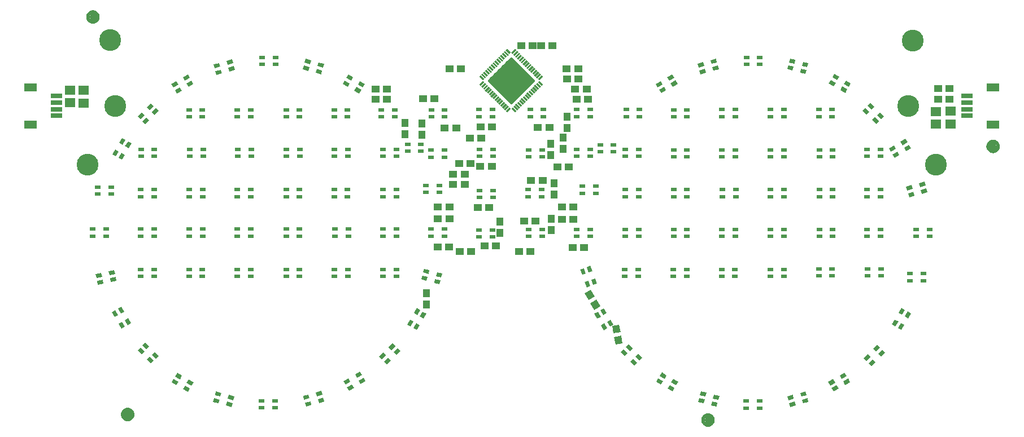
<source format=gbr>
G04 EAGLE Gerber RS-274X export*
G75*
%MOMM*%
%FSLAX34Y34*%
%LPD*%
%INSoldermask Top*%
%IPPOS*%
%AMOC8*
5,1,8,0,0,1.08239X$1,22.5*%
G01*
%ADD10C,3.276600*%
%ADD11R,1.601600X1.341600*%
%ADD12C,0.624191*%
%ADD13R,0.801600X0.301600*%
%ADD14R,1.176600X1.101600*%
%ADD15R,0.851600X0.601600*%
%ADD16R,1.651600X0.701600*%
%ADD17R,1.901600X1.301600*%
%ADD18R,1.101600X1.176600*%
%ADD19C,1.101600*%
%ADD20C,0.469900*%


D10*
X-601980Y325120D03*
X-594995Y226060D03*
X-636270Y138430D03*
X635635Y138430D03*
X600710Y324485D03*
X594360Y226695D03*
D11*
X-662580Y231100D03*
X-662580Y250100D03*
X635445Y218205D03*
X635445Y199205D03*
X-641915Y231050D03*
X-641915Y250050D03*
D12*
X-33582Y264610D02*
X-1215Y296977D01*
X31152Y264610D01*
X-1215Y232243D01*
X-33582Y264610D01*
X-7145Y238173D02*
X4715Y238173D01*
X10645Y244103D02*
X-13075Y244103D01*
X-19005Y250033D02*
X16575Y250033D01*
X22505Y255963D02*
X-24935Y255963D01*
X-30865Y261893D02*
X28435Y261893D01*
X27939Y267823D02*
X-30369Y267823D01*
X-24439Y273753D02*
X22009Y273753D01*
X16079Y279683D02*
X-18509Y279683D01*
X-12579Y285613D02*
X10149Y285613D01*
X4219Y291543D02*
X-6649Y291543D01*
D13*
G36*
X46526Y270620D02*
X40859Y264953D01*
X38726Y267086D01*
X44393Y272753D01*
X46526Y270620D01*
G37*
G36*
X43697Y273448D02*
X38030Y267781D01*
X35897Y269914D01*
X41564Y275581D01*
X43697Y273448D01*
G37*
G36*
X40869Y276276D02*
X35202Y270609D01*
X33069Y272742D01*
X38736Y278409D01*
X40869Y276276D01*
G37*
G36*
X38040Y279105D02*
X32373Y273438D01*
X30240Y275571D01*
X35907Y281238D01*
X38040Y279105D01*
G37*
G36*
X35212Y281933D02*
X29545Y276266D01*
X27412Y278399D01*
X33079Y284066D01*
X35212Y281933D01*
G37*
G36*
X32383Y284762D02*
X26716Y279095D01*
X24583Y281228D01*
X30250Y286895D01*
X32383Y284762D01*
G37*
G36*
X29555Y287590D02*
X23888Y281923D01*
X21755Y284056D01*
X27422Y289723D01*
X29555Y287590D01*
G37*
G36*
X26727Y290419D02*
X21060Y284752D01*
X18927Y286885D01*
X24594Y292552D01*
X26727Y290419D01*
G37*
G36*
X23898Y293247D02*
X18231Y287580D01*
X16098Y289713D01*
X21765Y295380D01*
X23898Y293247D01*
G37*
G36*
X21070Y296075D02*
X15403Y290408D01*
X13270Y292541D01*
X18937Y298208D01*
X21070Y296075D01*
G37*
G36*
X18241Y298904D02*
X12574Y293237D01*
X10441Y295370D01*
X16108Y301037D01*
X18241Y298904D01*
G37*
G36*
X15413Y301732D02*
X9746Y296065D01*
X7613Y298198D01*
X13280Y303865D01*
X15413Y301732D01*
G37*
G36*
X12584Y304561D02*
X6917Y298894D01*
X4784Y301027D01*
X10451Y306694D01*
X12584Y304561D01*
G37*
G36*
X9756Y307389D02*
X4089Y301722D01*
X1956Y303855D01*
X7623Y309522D01*
X9756Y307389D01*
G37*
G36*
X6928Y310218D02*
X1261Y304551D01*
X-872Y306684D01*
X4795Y312351D01*
X6928Y310218D01*
G37*
G36*
X-7225Y312351D02*
X-1558Y306684D01*
X-3691Y304551D01*
X-9358Y310218D01*
X-7225Y312351D01*
G37*
G36*
X-10053Y309522D02*
X-4386Y303855D01*
X-6519Y301722D01*
X-12186Y307389D01*
X-10053Y309522D01*
G37*
G36*
X-12881Y306694D02*
X-7214Y301027D01*
X-9347Y298894D01*
X-15014Y304561D01*
X-12881Y306694D01*
G37*
G36*
X-15710Y303865D02*
X-10043Y298198D01*
X-12176Y296065D01*
X-17843Y301732D01*
X-15710Y303865D01*
G37*
G36*
X-18538Y301037D02*
X-12871Y295370D01*
X-15004Y293237D01*
X-20671Y298904D01*
X-18538Y301037D01*
G37*
G36*
X-21367Y298208D02*
X-15700Y292541D01*
X-17833Y290408D01*
X-23500Y296075D01*
X-21367Y298208D01*
G37*
G36*
X-24195Y295380D02*
X-18528Y289713D01*
X-20661Y287580D01*
X-26328Y293247D01*
X-24195Y295380D01*
G37*
G36*
X-27024Y292552D02*
X-21357Y286885D01*
X-23490Y284752D01*
X-29157Y290419D01*
X-27024Y292552D01*
G37*
G36*
X-29852Y289723D02*
X-24185Y284056D01*
X-26318Y281923D01*
X-31985Y287590D01*
X-29852Y289723D01*
G37*
G36*
X-32680Y286895D02*
X-27013Y281228D01*
X-29146Y279095D01*
X-34813Y284762D01*
X-32680Y286895D01*
G37*
G36*
X-35509Y284066D02*
X-29842Y278399D01*
X-31975Y276266D01*
X-37642Y281933D01*
X-35509Y284066D01*
G37*
G36*
X-38337Y281238D02*
X-32670Y275571D01*
X-34803Y273438D01*
X-40470Y279105D01*
X-38337Y281238D01*
G37*
G36*
X-41166Y278409D02*
X-35499Y272742D01*
X-37632Y270609D01*
X-43299Y276276D01*
X-41166Y278409D01*
G37*
G36*
X-43994Y275581D02*
X-38327Y269914D01*
X-40460Y267781D01*
X-46127Y273448D01*
X-43994Y275581D01*
G37*
G36*
X-46823Y272753D02*
X-41156Y267086D01*
X-43289Y264953D01*
X-48956Y270620D01*
X-46823Y272753D01*
G37*
G36*
X-48956Y258600D02*
X-43289Y264267D01*
X-41156Y262134D01*
X-46823Y256467D01*
X-48956Y258600D01*
G37*
G36*
X-46127Y255772D02*
X-40460Y261439D01*
X-38327Y259306D01*
X-43994Y253639D01*
X-46127Y255772D01*
G37*
G36*
X-43299Y252944D02*
X-37632Y258611D01*
X-35499Y256478D01*
X-41166Y250811D01*
X-43299Y252944D01*
G37*
G36*
X-40470Y250115D02*
X-34803Y255782D01*
X-32670Y253649D01*
X-38337Y247982D01*
X-40470Y250115D01*
G37*
G36*
X-37642Y247287D02*
X-31975Y252954D01*
X-29842Y250821D01*
X-35509Y245154D01*
X-37642Y247287D01*
G37*
G36*
X-34813Y244458D02*
X-29146Y250125D01*
X-27013Y247992D01*
X-32680Y242325D01*
X-34813Y244458D01*
G37*
G36*
X-31985Y241630D02*
X-26318Y247297D01*
X-24185Y245164D01*
X-29852Y239497D01*
X-31985Y241630D01*
G37*
G36*
X-29157Y238801D02*
X-23490Y244468D01*
X-21357Y242335D01*
X-27024Y236668D01*
X-29157Y238801D01*
G37*
G36*
X-26328Y235973D02*
X-20661Y241640D01*
X-18528Y239507D01*
X-24195Y233840D01*
X-26328Y235973D01*
G37*
G36*
X-23500Y233145D02*
X-17833Y238812D01*
X-15700Y236679D01*
X-21367Y231012D01*
X-23500Y233145D01*
G37*
G36*
X-20671Y230316D02*
X-15004Y235983D01*
X-12871Y233850D01*
X-18538Y228183D01*
X-20671Y230316D01*
G37*
G36*
X-17843Y227488D02*
X-12176Y233155D01*
X-10043Y231022D01*
X-15710Y225355D01*
X-17843Y227488D01*
G37*
G36*
X-15014Y224659D02*
X-9347Y230326D01*
X-7214Y228193D01*
X-12881Y222526D01*
X-15014Y224659D01*
G37*
G36*
X-12186Y221831D02*
X-6519Y227498D01*
X-4386Y225365D01*
X-10053Y219698D01*
X-12186Y221831D01*
G37*
G36*
X-9358Y219002D02*
X-3691Y224669D01*
X-1558Y222536D01*
X-7225Y216869D01*
X-9358Y219002D01*
G37*
G36*
X4795Y216869D02*
X-872Y222536D01*
X1261Y224669D01*
X6928Y219002D01*
X4795Y216869D01*
G37*
G36*
X7623Y219698D02*
X1956Y225365D01*
X4089Y227498D01*
X9756Y221831D01*
X7623Y219698D01*
G37*
G36*
X10451Y222526D02*
X4784Y228193D01*
X6917Y230326D01*
X12584Y224659D01*
X10451Y222526D01*
G37*
G36*
X13280Y225355D02*
X7613Y231022D01*
X9746Y233155D01*
X15413Y227488D01*
X13280Y225355D01*
G37*
G36*
X16108Y228183D02*
X10441Y233850D01*
X12574Y235983D01*
X18241Y230316D01*
X16108Y228183D01*
G37*
G36*
X18937Y231012D02*
X13270Y236679D01*
X15403Y238812D01*
X21070Y233145D01*
X18937Y231012D01*
G37*
G36*
X21765Y233840D02*
X16098Y239507D01*
X18231Y241640D01*
X23898Y235973D01*
X21765Y233840D01*
G37*
G36*
X24594Y236668D02*
X18927Y242335D01*
X21060Y244468D01*
X26727Y238801D01*
X24594Y236668D01*
G37*
G36*
X27422Y239497D02*
X21755Y245164D01*
X23888Y247297D01*
X29555Y241630D01*
X27422Y239497D01*
G37*
G36*
X30250Y242325D02*
X24583Y247992D01*
X26716Y250125D01*
X32383Y244458D01*
X30250Y242325D01*
G37*
G36*
X33079Y245154D02*
X27412Y250821D01*
X29545Y252954D01*
X35212Y247287D01*
X33079Y245154D01*
G37*
G36*
X35907Y247982D02*
X30240Y253649D01*
X32373Y255782D01*
X38040Y250115D01*
X35907Y247982D01*
G37*
G36*
X38736Y250811D02*
X33069Y256478D01*
X35202Y258611D01*
X40869Y252944D01*
X38736Y250811D01*
G37*
G36*
X41564Y253639D02*
X35897Y259306D01*
X38030Y261439D01*
X43697Y255772D01*
X41564Y253639D01*
G37*
G36*
X44393Y256467D02*
X38726Y262134D01*
X40859Y264267D01*
X46526Y258600D01*
X44393Y256467D01*
G37*
D14*
X30745Y316780D03*
X13745Y316780D03*
D15*
G36*
X-147478Y-97390D02*
X-151736Y-104764D01*
X-156946Y-101756D01*
X-152688Y-94382D01*
X-147478Y-97390D01*
G37*
G36*
X-138384Y-102640D02*
X-142642Y-110014D01*
X-147852Y-107006D01*
X-143594Y-99632D01*
X-138384Y-102640D01*
G37*
G36*
X-128384Y-85320D02*
X-132642Y-92694D01*
X-137852Y-89686D01*
X-133594Y-82312D01*
X-128384Y-85320D01*
G37*
G36*
X-137478Y-80070D02*
X-141736Y-87444D01*
X-146946Y-84436D01*
X-142688Y-77062D01*
X-137478Y-80070D01*
G37*
X-49410Y221235D03*
X-49410Y210735D03*
X-29410Y210735D03*
X-29410Y221235D03*
X-48140Y161390D03*
X-48140Y150890D03*
X-28140Y150890D03*
X-28140Y161390D03*
X-48140Y99640D03*
X-48140Y89140D03*
X-28140Y89140D03*
X-28140Y99640D03*
X-49410Y40430D03*
X-49410Y29930D03*
X-29410Y29930D03*
X-29410Y40430D03*
G36*
X-125004Y-25963D02*
X-133229Y-23759D01*
X-131672Y-17949D01*
X-123447Y-20153D01*
X-125004Y-25963D01*
G37*
G36*
X-127722Y-36106D02*
X-135947Y-33902D01*
X-134390Y-28092D01*
X-126165Y-30296D01*
X-127722Y-36106D01*
G37*
G36*
X-108404Y-41282D02*
X-116629Y-39078D01*
X-115072Y-33268D01*
X-106847Y-35472D01*
X-108404Y-41282D01*
G37*
G36*
X-105686Y-31140D02*
X-113911Y-28936D01*
X-112354Y-23126D01*
X-104129Y-25330D01*
X-105686Y-31140D01*
G37*
G36*
X487665Y265358D02*
X480291Y269616D01*
X483299Y274826D01*
X490673Y270568D01*
X487665Y265358D01*
G37*
G36*
X482415Y256264D02*
X475041Y260522D01*
X478049Y265732D01*
X485423Y261474D01*
X482415Y256264D01*
G37*
G36*
X499735Y246264D02*
X492361Y250522D01*
X495369Y255732D01*
X502743Y251474D01*
X499735Y246264D01*
G37*
G36*
X504985Y255358D02*
X497611Y259616D01*
X500619Y264826D01*
X507993Y260568D01*
X504985Y255358D01*
G37*
G36*
X575593Y161806D02*
X568219Y157548D01*
X565211Y162758D01*
X572585Y167016D01*
X575593Y161806D01*
G37*
G36*
X580843Y152712D02*
X573469Y148454D01*
X570461Y153664D01*
X577835Y157922D01*
X580843Y152712D01*
G37*
G36*
X598163Y162712D02*
X590789Y158454D01*
X587781Y163664D01*
X595155Y167922D01*
X598163Y162712D01*
G37*
G36*
X592913Y171806D02*
X585539Y167548D01*
X582531Y172758D01*
X589905Y177016D01*
X592913Y171806D01*
G37*
G36*
X600910Y101786D02*
X592685Y99582D01*
X591128Y105392D01*
X599353Y107596D01*
X600910Y101786D01*
G37*
G36*
X603628Y91643D02*
X595403Y89439D01*
X593846Y95249D01*
X602071Y97453D01*
X603628Y91643D01*
G37*
G36*
X622946Y96820D02*
X614721Y94616D01*
X613164Y100426D01*
X621389Y102630D01*
X622946Y96820D01*
G37*
G36*
X620228Y106962D02*
X612003Y104758D01*
X610446Y110568D01*
X618671Y112772D01*
X620228Y106962D01*
G37*
X605910Y40925D03*
X605910Y30425D03*
X625910Y30425D03*
X625910Y40925D03*
X597020Y-25270D03*
X597020Y-35770D03*
X617020Y-35770D03*
X617020Y-25270D03*
G36*
X579332Y-97170D02*
X575074Y-104544D01*
X569864Y-101536D01*
X574122Y-94162D01*
X579332Y-97170D01*
G37*
G36*
X588426Y-102420D02*
X584168Y-109794D01*
X578958Y-106786D01*
X583216Y-99412D01*
X588426Y-102420D01*
G37*
G36*
X598426Y-85100D02*
X594168Y-92474D01*
X588958Y-89466D01*
X593216Y-82092D01*
X598426Y-85100D01*
G37*
G36*
X589332Y-79850D02*
X585074Y-87224D01*
X579864Y-84216D01*
X584122Y-76842D01*
X589332Y-79850D01*
G37*
G36*
X423636Y289817D02*
X415411Y292021D01*
X416968Y297831D01*
X425193Y295627D01*
X423636Y289817D01*
G37*
G36*
X420918Y279674D02*
X412693Y281878D01*
X414250Y287688D01*
X422475Y285484D01*
X420918Y279674D01*
G37*
G36*
X440236Y274498D02*
X432011Y276702D01*
X433568Y282512D01*
X441793Y280308D01*
X440236Y274498D01*
G37*
G36*
X442954Y284640D02*
X434729Y286844D01*
X436286Y292654D01*
X444511Y290450D01*
X442954Y284640D01*
G37*
G36*
X-188575Y-148004D02*
X-194595Y-154024D01*
X-198849Y-149770D01*
X-192829Y-143750D01*
X-188575Y-148004D01*
G37*
G36*
X-181150Y-155429D02*
X-187170Y-161449D01*
X-191424Y-157195D01*
X-185404Y-151175D01*
X-181150Y-155429D01*
G37*
G36*
X-167008Y-141287D02*
X-173028Y-147307D01*
X-177282Y-143053D01*
X-171262Y-137033D01*
X-167008Y-141287D01*
G37*
G36*
X-174433Y-133862D02*
X-180453Y-139882D01*
X-184707Y-135628D01*
X-178687Y-129608D01*
X-174433Y-133862D01*
G37*
X-120685Y220600D03*
X-120685Y210100D03*
X-100685Y210100D03*
X-100685Y220600D03*
X-121320Y160120D03*
X-121320Y149620D03*
X-101320Y149620D03*
X-101320Y160120D03*
X-128940Y107260D03*
X-128940Y96760D03*
X-108940Y96760D03*
X-108940Y107260D03*
X-121320Y41700D03*
X-121320Y31200D03*
X-101320Y31200D03*
X-101320Y41700D03*
X-156245Y169180D03*
X-156245Y158680D03*
X-136245Y158680D03*
X-136245Y169180D03*
G36*
X539131Y221210D02*
X533111Y227230D01*
X537365Y231484D01*
X543385Y225464D01*
X539131Y221210D01*
G37*
G36*
X531706Y213785D02*
X525686Y219805D01*
X529940Y224059D01*
X535960Y218039D01*
X531706Y213785D01*
G37*
G36*
X545848Y199643D02*
X539828Y205663D01*
X544082Y209917D01*
X550102Y203897D01*
X545848Y199643D01*
G37*
G36*
X553273Y207068D02*
X547253Y213088D01*
X551507Y217342D01*
X557527Y211322D01*
X553273Y207068D01*
G37*
X532730Y161250D03*
X532730Y150750D03*
X552730Y150750D03*
X552730Y161250D03*
X532730Y100770D03*
X532730Y90270D03*
X552730Y90270D03*
X552730Y100770D03*
X532730Y40925D03*
X532730Y30425D03*
X552730Y30425D03*
X552730Y40925D03*
X533365Y-18285D03*
X533365Y-28785D03*
X553365Y-28785D03*
X553365Y-18285D03*
G36*
X537865Y-150344D02*
X531845Y-156364D01*
X527591Y-152110D01*
X533611Y-146090D01*
X537865Y-150344D01*
G37*
G36*
X545290Y-157769D02*
X539270Y-163789D01*
X535016Y-159535D01*
X541036Y-153515D01*
X545290Y-157769D01*
G37*
G36*
X559432Y-143627D02*
X553412Y-149647D01*
X549158Y-145393D01*
X555178Y-139373D01*
X559432Y-143627D01*
G37*
G36*
X552007Y-136202D02*
X545987Y-142222D01*
X541733Y-137968D01*
X547753Y-131948D01*
X552007Y-136202D01*
G37*
X351755Y299540D03*
X351755Y289040D03*
X371755Y289040D03*
X371755Y299540D03*
G36*
X-241962Y-187629D02*
X-249336Y-191887D01*
X-252344Y-186677D01*
X-244970Y-182419D01*
X-241962Y-187629D01*
G37*
G36*
X-236712Y-196723D02*
X-244086Y-200981D01*
X-247094Y-195771D01*
X-239720Y-191513D01*
X-236712Y-196723D01*
G37*
G36*
X-219392Y-186723D02*
X-226766Y-190981D01*
X-229774Y-185771D01*
X-222400Y-181513D01*
X-219392Y-186723D01*
G37*
G36*
X-224642Y-177629D02*
X-232016Y-181887D01*
X-235024Y-176677D01*
X-227650Y-172419D01*
X-224642Y-177629D01*
G37*
X-195770Y220600D03*
X-195770Y210100D03*
X-175770Y210100D03*
X-175770Y220600D03*
X-193230Y161390D03*
X-193230Y150890D03*
X-173230Y150890D03*
X-173230Y161390D03*
X-193230Y100910D03*
X-193230Y90410D03*
X-173230Y90410D03*
X-173230Y100910D03*
X-193230Y41700D03*
X-193230Y31200D03*
X-173230Y31200D03*
X-173230Y41700D03*
X-193230Y-18780D03*
X-193230Y-29280D03*
X-173230Y-29280D03*
X-173230Y-18780D03*
X460185Y221095D03*
X460185Y210595D03*
X480185Y210595D03*
X480185Y221095D03*
X460820Y160615D03*
X460820Y150115D03*
X480820Y150115D03*
X480820Y160615D03*
X460820Y100770D03*
X460820Y90270D03*
X480820Y90270D03*
X480820Y100770D03*
X460820Y40925D03*
X460820Y30425D03*
X480820Y30425D03*
X480820Y40925D03*
X460185Y-18285D03*
X460185Y-28785D03*
X480185Y-28785D03*
X480185Y-18285D03*
G36*
X484523Y-188989D02*
X477149Y-193247D01*
X474141Y-188037D01*
X481515Y-183779D01*
X484523Y-188989D01*
G37*
G36*
X489773Y-198083D02*
X482399Y-202341D01*
X479391Y-197131D01*
X486765Y-192873D01*
X489773Y-198083D01*
G37*
G36*
X507093Y-188083D02*
X499719Y-192341D01*
X496711Y-187131D01*
X504085Y-182873D01*
X507093Y-188083D01*
G37*
G36*
X501843Y-178989D02*
X494469Y-183247D01*
X491461Y-178037D01*
X498835Y-173779D01*
X501843Y-178989D01*
G37*
G36*
X288180Y286586D02*
X279955Y284382D01*
X278398Y290192D01*
X286623Y292396D01*
X288180Y286586D01*
G37*
G36*
X290898Y276443D02*
X282673Y274239D01*
X281116Y280049D01*
X289341Y282253D01*
X290898Y276443D01*
G37*
G36*
X310216Y281620D02*
X301991Y279416D01*
X300434Y285226D01*
X308659Y287430D01*
X310216Y281620D01*
G37*
G36*
X307498Y291762D02*
X299273Y289558D01*
X297716Y295368D01*
X305941Y297572D01*
X307498Y291762D01*
G37*
G36*
X-303160Y-212569D02*
X-311385Y-214773D01*
X-312942Y-208963D01*
X-304717Y-206759D01*
X-303160Y-212569D01*
G37*
G36*
X-300442Y-222712D02*
X-308667Y-224916D01*
X-310224Y-219106D01*
X-301999Y-216902D01*
X-300442Y-222712D01*
G37*
G36*
X-281124Y-217535D02*
X-289349Y-219739D01*
X-290906Y-213929D01*
X-282681Y-211725D01*
X-281124Y-217535D01*
G37*
G36*
X-283842Y-207393D02*
X-292067Y-209597D01*
X-293624Y-203787D01*
X-285399Y-201583D01*
X-283842Y-207393D01*
G37*
X-266410Y220600D03*
X-266410Y210100D03*
X-246410Y210100D03*
X-246410Y220600D03*
X-265775Y161390D03*
X-265775Y150890D03*
X-245775Y150890D03*
X-245775Y161390D03*
X-266410Y100910D03*
X-266410Y90410D03*
X-246410Y90410D03*
X-246410Y100910D03*
X-265140Y41700D03*
X-265140Y31200D03*
X-245140Y31200D03*
X-245140Y41700D03*
X-265775Y-18780D03*
X-265775Y-29280D03*
X-245775Y-29280D03*
X-245775Y-18780D03*
X387640Y221095D03*
X387640Y210595D03*
X407640Y210595D03*
X407640Y221095D03*
X387640Y160615D03*
X387640Y150115D03*
X407640Y150115D03*
X407640Y160615D03*
X387640Y100770D03*
X387640Y90270D03*
X407640Y90270D03*
X407640Y100770D03*
X387640Y40925D03*
X387640Y30425D03*
X407640Y30425D03*
X407640Y40925D03*
X387640Y-18920D03*
X387640Y-29420D03*
X407640Y-29420D03*
X407640Y-18920D03*
G36*
X422645Y-213004D02*
X414420Y-215208D01*
X412863Y-209398D01*
X421088Y-207194D01*
X422645Y-213004D01*
G37*
G36*
X425363Y-223147D02*
X417138Y-225351D01*
X415581Y-219541D01*
X423806Y-217337D01*
X425363Y-223147D01*
G37*
G36*
X444681Y-217970D02*
X436456Y-220174D01*
X434899Y-214364D01*
X443124Y-212160D01*
X444681Y-217970D01*
G37*
G36*
X441963Y-207828D02*
X433738Y-210032D01*
X432181Y-204222D01*
X440406Y-202018D01*
X441963Y-207828D01*
G37*
G36*
X225878Y258821D02*
X218504Y254563D01*
X215496Y259773D01*
X222870Y264031D01*
X225878Y258821D01*
G37*
G36*
X231128Y249727D02*
X223754Y245469D01*
X220746Y250679D01*
X228120Y254937D01*
X231128Y249727D01*
G37*
G36*
X248448Y259727D02*
X241074Y255469D01*
X238066Y260679D01*
X245440Y264937D01*
X248448Y259727D01*
G37*
G36*
X243198Y268821D02*
X235824Y264563D01*
X232816Y269773D01*
X240190Y274031D01*
X243198Y268821D01*
G37*
X-375150Y-216125D03*
X-375150Y-226625D03*
X-355150Y-226625D03*
X-355150Y-216125D03*
X-338320Y220600D03*
X-338320Y210100D03*
X-318320Y210100D03*
X-318320Y220600D03*
X-337685Y161390D03*
X-337685Y150890D03*
X-317685Y150890D03*
X-317685Y161390D03*
X-338320Y100910D03*
X-338320Y90410D03*
X-318320Y90410D03*
X-318320Y100910D03*
X-338320Y41700D03*
X-338320Y31200D03*
X-318320Y31200D03*
X-318320Y41700D03*
X-338320Y-18780D03*
X-338320Y-29280D03*
X-318320Y-29280D03*
X-318320Y-18780D03*
X315095Y221095D03*
X315095Y210595D03*
X335095Y210595D03*
X335095Y221095D03*
X315095Y160615D03*
X315095Y150115D03*
X335095Y150115D03*
X335095Y160615D03*
X315730Y100770D03*
X315730Y90270D03*
X335730Y90270D03*
X335730Y100770D03*
X315095Y40925D03*
X315095Y30425D03*
X335095Y30425D03*
X335095Y40925D03*
X314460Y-18920D03*
X314460Y-29420D03*
X334460Y-29420D03*
X334460Y-18920D03*
X351290Y-216560D03*
X351290Y-227060D03*
X371290Y-227060D03*
X371290Y-216560D03*
G36*
X-436929Y-209973D02*
X-445154Y-207769D01*
X-443597Y-201959D01*
X-435372Y-204163D01*
X-436929Y-209973D01*
G37*
G36*
X-439647Y-220116D02*
X-447872Y-217912D01*
X-446315Y-212102D01*
X-438090Y-214306D01*
X-439647Y-220116D01*
G37*
G36*
X-420329Y-225292D02*
X-428554Y-223088D01*
X-426997Y-217278D01*
X-418772Y-219482D01*
X-420329Y-225292D01*
G37*
G36*
X-417611Y-215150D02*
X-425836Y-212946D01*
X-424279Y-207136D01*
X-416054Y-209340D01*
X-417611Y-215150D01*
G37*
X-411500Y220600D03*
X-411500Y210100D03*
X-391500Y210100D03*
X-391500Y220600D03*
X-410865Y161390D03*
X-410865Y150890D03*
X-390865Y150890D03*
X-390865Y161390D03*
X-411500Y100910D03*
X-411500Y90410D03*
X-391500Y90410D03*
X-391500Y100910D03*
X-411500Y41700D03*
X-411500Y31200D03*
X-391500Y31200D03*
X-391500Y41700D03*
X-411500Y-18780D03*
X-411500Y-29280D03*
X-391500Y-29280D03*
X-391500Y-18780D03*
X242550Y220460D03*
X242550Y209960D03*
X262550Y209960D03*
X262550Y220460D03*
X242550Y160615D03*
X242550Y150115D03*
X262550Y150115D03*
X262550Y160615D03*
X242550Y100770D03*
X242550Y90270D03*
X262550Y90270D03*
X262550Y100770D03*
X242550Y40925D03*
X242550Y30425D03*
X262550Y30425D03*
X262550Y40925D03*
X241915Y-18920D03*
X241915Y-29420D03*
X261915Y-29420D03*
X261915Y-18920D03*
G36*
X290146Y-209773D02*
X281921Y-207569D01*
X283478Y-201759D01*
X291703Y-203963D01*
X290146Y-209773D01*
G37*
G36*
X287428Y-219916D02*
X279203Y-217712D01*
X280760Y-211902D01*
X288985Y-214106D01*
X287428Y-219916D01*
G37*
G36*
X306746Y-225092D02*
X298521Y-222888D01*
X300078Y-217078D01*
X308303Y-219282D01*
X306746Y-225092D01*
G37*
G36*
X309464Y-214950D02*
X301239Y-212746D01*
X302796Y-206936D01*
X311021Y-209140D01*
X309464Y-214950D01*
G37*
G36*
X-240820Y264428D02*
X-248194Y268686D01*
X-245186Y273896D01*
X-237812Y269638D01*
X-240820Y264428D01*
G37*
G36*
X-246070Y255334D02*
X-253444Y259592D01*
X-250436Y264802D01*
X-243062Y260544D01*
X-246070Y255334D01*
G37*
G36*
X-228750Y245334D02*
X-236124Y249592D01*
X-233116Y254802D01*
X-225742Y250544D01*
X-228750Y245334D01*
G37*
G36*
X-223500Y254428D02*
X-230874Y258686D01*
X-227866Y263896D01*
X-220492Y259638D01*
X-223500Y254428D01*
G37*
G36*
X-497515Y-183927D02*
X-504889Y-179669D01*
X-501881Y-174459D01*
X-494507Y-178717D01*
X-497515Y-183927D01*
G37*
G36*
X-502765Y-193021D02*
X-510139Y-188763D01*
X-507131Y-183553D01*
X-499757Y-187811D01*
X-502765Y-193021D01*
G37*
G36*
X-485445Y-203021D02*
X-492819Y-198763D01*
X-489811Y-193553D01*
X-482437Y-197811D01*
X-485445Y-203021D01*
G37*
G36*
X-480195Y-193927D02*
X-487569Y-189669D01*
X-484561Y-184459D01*
X-477187Y-188717D01*
X-480195Y-193927D01*
G37*
X-484045Y220600D03*
X-484045Y210100D03*
X-464045Y210100D03*
X-464045Y220600D03*
X-482775Y161390D03*
X-482775Y150890D03*
X-462775Y150890D03*
X-462775Y161390D03*
X-483410Y100910D03*
X-483410Y90410D03*
X-463410Y90410D03*
X-463410Y100910D03*
X-483410Y41700D03*
X-483410Y31200D03*
X-463410Y31200D03*
X-463410Y41700D03*
X-484045Y-18780D03*
X-484045Y-29280D03*
X-464045Y-29280D03*
X-464045Y-18780D03*
X171275Y221095D03*
X171275Y210595D03*
X191275Y210595D03*
X191275Y221095D03*
X170005Y161250D03*
X170005Y150750D03*
X190005Y150750D03*
X190005Y161250D03*
X170005Y100770D03*
X170005Y90270D03*
X190005Y90270D03*
X190005Y100770D03*
X170005Y40925D03*
X170005Y30425D03*
X190005Y30425D03*
X190005Y40925D03*
X169370Y-18920D03*
X169370Y-29420D03*
X189370Y-29420D03*
X189370Y-18920D03*
G36*
X228925Y-183092D02*
X221551Y-178834D01*
X224559Y-173624D01*
X231933Y-177882D01*
X228925Y-183092D01*
G37*
G36*
X223675Y-192186D02*
X216301Y-187928D01*
X219309Y-182718D01*
X226683Y-186976D01*
X223675Y-192186D01*
G37*
G36*
X240995Y-202186D02*
X233621Y-197928D01*
X236629Y-192718D01*
X244003Y-196976D01*
X240995Y-202186D01*
G37*
G36*
X246245Y-193092D02*
X238871Y-188834D01*
X241879Y-183624D01*
X249253Y-187882D01*
X246245Y-193092D01*
G37*
G36*
X-302464Y289182D02*
X-310689Y291386D01*
X-309132Y297196D01*
X-300907Y294992D01*
X-302464Y289182D01*
G37*
G36*
X-305182Y279039D02*
X-313407Y281243D01*
X-311850Y287053D01*
X-303625Y284849D01*
X-305182Y279039D01*
G37*
G36*
X-285864Y273863D02*
X-294089Y276067D01*
X-292532Y281877D01*
X-284307Y279673D01*
X-285864Y273863D01*
G37*
G36*
X-283146Y284005D02*
X-291371Y286209D01*
X-289814Y292019D01*
X-281589Y289815D01*
X-283146Y284005D01*
G37*
G36*
X-547649Y-138540D02*
X-553669Y-132520D01*
X-549415Y-128266D01*
X-543395Y-134286D01*
X-547649Y-138540D01*
G37*
G36*
X-555074Y-145965D02*
X-561094Y-139945D01*
X-556840Y-135691D01*
X-550820Y-141711D01*
X-555074Y-145965D01*
G37*
G36*
X-540932Y-160107D02*
X-546952Y-154087D01*
X-542698Y-149833D01*
X-536678Y-155853D01*
X-540932Y-160107D01*
G37*
G36*
X-533507Y-152682D02*
X-539527Y-146662D01*
X-535273Y-142408D01*
X-529253Y-148428D01*
X-533507Y-152682D01*
G37*
G36*
X-550820Y212521D02*
X-556840Y206501D01*
X-561094Y210755D01*
X-555074Y216775D01*
X-550820Y212521D01*
G37*
G36*
X-543395Y205096D02*
X-549415Y199076D01*
X-553669Y203330D01*
X-547649Y209350D01*
X-543395Y205096D01*
G37*
G36*
X-529253Y219238D02*
X-535273Y213218D01*
X-539527Y217472D01*
X-533507Y223492D01*
X-529253Y219238D01*
G37*
G36*
X-536678Y226663D02*
X-542698Y220643D01*
X-546952Y224897D01*
X-540932Y230917D01*
X-536678Y226663D01*
G37*
X-555955Y161390D03*
X-555955Y150890D03*
X-535955Y150890D03*
X-535955Y161390D03*
X-556590Y100910D03*
X-556590Y90410D03*
X-536590Y90410D03*
X-536590Y100910D03*
X-556590Y41700D03*
X-556590Y31200D03*
X-536590Y31200D03*
X-536590Y41700D03*
X-556590Y-18780D03*
X-556590Y-29280D03*
X-536590Y-29280D03*
X-536590Y-18780D03*
X97460Y221095D03*
X97460Y210595D03*
X117460Y210595D03*
X117460Y221095D03*
X97460Y161250D03*
X97460Y150750D03*
X117460Y150750D03*
X117460Y161250D03*
X105715Y105850D03*
X105715Y95350D03*
X125715Y95350D03*
X125715Y105850D03*
X97460Y40925D03*
X97460Y30425D03*
X117460Y30425D03*
X117460Y40925D03*
X132385Y168405D03*
X132385Y157905D03*
X152385Y157905D03*
X152385Y168405D03*
G36*
X176886Y-141515D02*
X170866Y-135495D01*
X175120Y-131241D01*
X181140Y-137261D01*
X176886Y-141515D01*
G37*
G36*
X169461Y-148940D02*
X163441Y-142920D01*
X167695Y-138666D01*
X173715Y-144686D01*
X169461Y-148940D01*
G37*
G36*
X183603Y-163082D02*
X177583Y-157062D01*
X181837Y-152808D01*
X187857Y-158828D01*
X183603Y-163082D01*
G37*
G36*
X191028Y-155657D02*
X185008Y-149637D01*
X189262Y-145383D01*
X195282Y-151403D01*
X191028Y-155657D01*
G37*
X-374345Y299540D03*
X-374345Y289040D03*
X-354345Y289040D03*
X-354345Y299540D03*
G36*
X-586159Y-85308D02*
X-590417Y-77934D01*
X-585207Y-74926D01*
X-580949Y-82300D01*
X-586159Y-85308D01*
G37*
G36*
X-595253Y-90558D02*
X-599511Y-83184D01*
X-594301Y-80176D01*
X-590043Y-87550D01*
X-595253Y-90558D01*
G37*
G36*
X-585253Y-107878D02*
X-589511Y-100504D01*
X-584301Y-97496D01*
X-580043Y-104870D01*
X-585253Y-107878D01*
G37*
G36*
X-576159Y-102628D02*
X-580417Y-95254D01*
X-575207Y-92246D01*
X-570949Y-99620D01*
X-576159Y-102628D01*
G37*
G36*
X-500067Y258621D02*
X-507441Y254363D01*
X-510449Y259573D01*
X-503075Y263831D01*
X-500067Y258621D01*
G37*
G36*
X-494817Y249527D02*
X-502191Y245269D01*
X-505199Y250479D01*
X-497825Y254737D01*
X-494817Y249527D01*
G37*
G36*
X-477497Y259527D02*
X-484871Y255269D01*
X-487879Y260479D01*
X-480505Y264737D01*
X-477497Y259527D01*
G37*
G36*
X-482747Y268621D02*
X-490121Y264363D01*
X-493129Y269573D01*
X-485755Y273831D01*
X-482747Y268621D01*
G37*
G36*
X-589408Y158205D02*
X-593666Y150831D01*
X-598876Y153839D01*
X-594618Y161213D01*
X-589408Y158205D01*
G37*
G36*
X-580314Y152955D02*
X-584572Y145581D01*
X-589782Y148589D01*
X-585524Y155963D01*
X-580314Y152955D01*
G37*
G36*
X-570314Y170275D02*
X-574572Y162901D01*
X-579782Y165909D01*
X-575524Y173283D01*
X-570314Y170275D01*
G37*
G36*
X-579408Y175525D02*
X-583666Y168151D01*
X-588876Y171159D01*
X-584618Y178533D01*
X-579408Y175525D01*
G37*
X-620880Y104720D03*
X-620880Y94220D03*
X-600880Y94220D03*
X-600880Y104720D03*
X-628500Y41700D03*
X-628500Y31200D03*
X-608500Y31200D03*
X-608500Y41700D03*
G36*
X-614412Y-30119D02*
X-622741Y-31890D01*
X-623992Y-26007D01*
X-615663Y-24236D01*
X-614412Y-30119D01*
G37*
G36*
X-612229Y-40389D02*
X-620558Y-42160D01*
X-621809Y-36277D01*
X-613480Y-34506D01*
X-612229Y-40389D01*
G37*
G36*
X-592666Y-36231D02*
X-600995Y-38002D01*
X-602246Y-32119D01*
X-593917Y-30348D01*
X-592666Y-36231D01*
G37*
G36*
X-594849Y-25961D02*
X-603178Y-27732D01*
X-604429Y-21849D01*
X-596100Y-20078D01*
X-594849Y-25961D01*
G37*
X27455Y221095D03*
X27455Y210595D03*
X47455Y210595D03*
X47455Y221095D03*
X25550Y160615D03*
X25550Y150115D03*
X45550Y150115D03*
X45550Y160615D03*
X24280Y100770D03*
X24280Y90270D03*
X44280Y90270D03*
X44280Y100770D03*
X25550Y40925D03*
X25550Y30425D03*
X45550Y30425D03*
X45550Y40925D03*
G36*
X114818Y-35882D02*
X117730Y-43884D01*
X112078Y-45942D01*
X109166Y-37940D01*
X114818Y-35882D01*
G37*
G36*
X124685Y-32291D02*
X127597Y-40293D01*
X121945Y-42351D01*
X119033Y-34349D01*
X124685Y-32291D01*
G37*
G36*
X117844Y-13497D02*
X120756Y-21499D01*
X115104Y-23557D01*
X112192Y-15555D01*
X117844Y-13497D01*
G37*
G36*
X107977Y-17089D02*
X110889Y-25091D01*
X105237Y-27149D01*
X102325Y-19147D01*
X107977Y-17089D01*
G37*
G36*
X137106Y-87648D02*
X132848Y-80274D01*
X138058Y-77266D01*
X142316Y-84640D01*
X137106Y-87648D01*
G37*
G36*
X128012Y-92898D02*
X123754Y-85524D01*
X128964Y-82516D01*
X133222Y-89890D01*
X128012Y-92898D01*
G37*
G36*
X138012Y-110218D02*
X133754Y-102844D01*
X138964Y-99836D01*
X143222Y-107210D01*
X138012Y-110218D01*
G37*
G36*
X147106Y-104968D02*
X142848Y-97594D01*
X148058Y-94586D01*
X152316Y-101960D01*
X147106Y-104968D01*
G37*
G36*
X-437285Y285316D02*
X-445510Y283112D01*
X-447067Y288922D01*
X-438842Y291126D01*
X-437285Y285316D01*
G37*
G36*
X-434567Y275173D02*
X-442792Y272969D01*
X-444349Y278779D01*
X-436124Y280983D01*
X-434567Y275173D01*
G37*
G36*
X-415249Y280350D02*
X-423474Y278146D01*
X-425031Y283956D01*
X-416806Y286160D01*
X-415249Y280350D01*
G37*
G36*
X-417967Y290492D02*
X-426192Y288288D01*
X-427749Y294098D01*
X-419524Y296302D01*
X-417967Y290492D01*
G37*
D16*
X682250Y221695D03*
X682250Y231695D03*
X682250Y211695D03*
X682250Y241695D03*
D17*
X721250Y198695D03*
X721250Y254695D03*
D16*
X-682250Y231695D03*
X-682250Y221695D03*
X-682250Y241695D03*
X-682250Y211695D03*
D17*
X-721250Y254695D03*
X-721250Y198695D03*
D14*
X61120Y316895D03*
X44120Y316895D03*
D11*
X657710Y218505D03*
X657710Y199505D03*
D14*
X-76785Y282270D03*
X-93785Y282270D03*
X-61350Y8255D03*
X-78350Y8255D03*
X-94370Y14605D03*
X-111370Y14605D03*
D18*
X-128270Y-54365D03*
X-128270Y-71365D03*
D14*
X-100575Y193040D03*
X-83575Y193040D03*
X-46600Y194945D03*
X-29600Y194945D03*
X-115960Y237490D03*
X-132960Y237490D03*
X-61985Y140335D03*
X-78985Y140335D03*
X-47235Y135890D03*
X-30235Y135890D03*
X-63110Y177800D03*
X-46110Y177800D03*
X-93735Y74930D03*
X-110735Y74930D03*
X-34045Y74295D03*
X-51045Y74295D03*
X-70875Y108585D03*
X-87875Y108585D03*
X-23885Y16510D03*
X-40885Y16510D03*
D18*
X-17780Y52950D03*
X-17780Y35950D03*
D14*
X-93735Y57150D03*
X-110735Y57150D03*
D18*
X-160020Y200905D03*
X-160020Y183905D03*
X-135255Y200270D03*
X-135255Y183270D03*
D14*
X-70875Y123825D03*
X-87875Y123825D03*
X56125Y194310D03*
X39125Y194310D03*
D18*
X82550Y193430D03*
X82550Y210430D03*
D14*
X96910Y236220D03*
X113910Y236220D03*
X68335Y135255D03*
X85335Y135255D03*
D18*
X58420Y169790D03*
X58420Y152790D03*
X76835Y179315D03*
X76835Y162315D03*
D14*
X75320Y74930D03*
X92320Y74930D03*
D18*
X62865Y110100D03*
X62865Y93100D03*
D14*
X28965Y114935D03*
X45965Y114935D03*
X18170Y53975D03*
X35170Y53975D03*
D18*
X59055Y56760D03*
X59055Y39760D03*
D14*
X75320Y56515D03*
X92320Y56515D03*
X95005Y251460D03*
X112005Y251460D03*
X82940Y266700D03*
X99940Y266700D03*
X91195Y13970D03*
X108195Y13970D03*
X10550Y8255D03*
X27550Y8255D03*
G36*
X114572Y-65257D02*
X108689Y-55069D01*
X118228Y-49561D01*
X124111Y-59749D01*
X114572Y-65257D01*
G37*
G36*
X123072Y-79979D02*
X117189Y-69791D01*
X126728Y-64283D01*
X132611Y-74471D01*
X123072Y-79979D01*
G37*
G36*
X163993Y-118461D02*
X166036Y-130048D01*
X155189Y-131961D01*
X153146Y-120374D01*
X163993Y-118461D01*
G37*
G36*
X161041Y-101719D02*
X163084Y-113306D01*
X152237Y-115219D01*
X150194Y-103632D01*
X161041Y-101719D01*
G37*
X82305Y281940D03*
X99305Y281940D03*
X-187080Y236220D03*
X-204080Y236220D03*
X-187080Y251460D03*
X-204080Y251460D03*
X656200Y252730D03*
X639200Y252730D03*
X656200Y236855D03*
X639200Y236855D03*
D19*
X-628015Y360045D03*
D20*
X-628015Y367545D02*
X-628196Y367543D01*
X-628377Y367536D01*
X-628558Y367525D01*
X-628739Y367510D01*
X-628919Y367490D01*
X-629099Y367466D01*
X-629278Y367438D01*
X-629456Y367405D01*
X-629633Y367368D01*
X-629810Y367327D01*
X-629985Y367282D01*
X-630160Y367232D01*
X-630333Y367178D01*
X-630504Y367120D01*
X-630675Y367058D01*
X-630843Y366991D01*
X-631010Y366921D01*
X-631176Y366847D01*
X-631339Y366768D01*
X-631500Y366686D01*
X-631660Y366600D01*
X-631817Y366510D01*
X-631972Y366416D01*
X-632125Y366319D01*
X-632275Y366217D01*
X-632423Y366113D01*
X-632569Y366004D01*
X-632711Y365893D01*
X-632851Y365777D01*
X-632988Y365659D01*
X-633123Y365537D01*
X-633254Y365412D01*
X-633382Y365284D01*
X-633507Y365153D01*
X-633629Y365018D01*
X-633747Y364881D01*
X-633863Y364741D01*
X-633974Y364599D01*
X-634083Y364453D01*
X-634187Y364305D01*
X-634289Y364155D01*
X-634386Y364002D01*
X-634480Y363847D01*
X-634570Y363690D01*
X-634656Y363530D01*
X-634738Y363369D01*
X-634817Y363206D01*
X-634891Y363040D01*
X-634961Y362873D01*
X-635028Y362705D01*
X-635090Y362534D01*
X-635148Y362363D01*
X-635202Y362190D01*
X-635252Y362015D01*
X-635297Y361840D01*
X-635338Y361663D01*
X-635375Y361486D01*
X-635408Y361308D01*
X-635436Y361129D01*
X-635460Y360949D01*
X-635480Y360769D01*
X-635495Y360588D01*
X-635506Y360407D01*
X-635513Y360226D01*
X-635515Y360045D01*
X-628015Y367545D02*
X-627834Y367543D01*
X-627653Y367536D01*
X-627472Y367525D01*
X-627291Y367510D01*
X-627111Y367490D01*
X-626931Y367466D01*
X-626752Y367438D01*
X-626574Y367405D01*
X-626397Y367368D01*
X-626220Y367327D01*
X-626045Y367282D01*
X-625870Y367232D01*
X-625697Y367178D01*
X-625526Y367120D01*
X-625355Y367058D01*
X-625187Y366991D01*
X-625020Y366921D01*
X-624854Y366847D01*
X-624691Y366768D01*
X-624530Y366686D01*
X-624370Y366600D01*
X-624213Y366510D01*
X-624058Y366416D01*
X-623905Y366319D01*
X-623755Y366217D01*
X-623607Y366113D01*
X-623461Y366004D01*
X-623319Y365893D01*
X-623179Y365777D01*
X-623042Y365659D01*
X-622907Y365537D01*
X-622776Y365412D01*
X-622648Y365284D01*
X-622523Y365153D01*
X-622401Y365018D01*
X-622283Y364881D01*
X-622167Y364741D01*
X-622056Y364599D01*
X-621947Y364453D01*
X-621843Y364305D01*
X-621741Y364155D01*
X-621644Y364002D01*
X-621550Y363847D01*
X-621460Y363690D01*
X-621374Y363530D01*
X-621292Y363369D01*
X-621213Y363206D01*
X-621139Y363040D01*
X-621069Y362873D01*
X-621002Y362705D01*
X-620940Y362534D01*
X-620882Y362363D01*
X-620828Y362190D01*
X-620778Y362015D01*
X-620733Y361840D01*
X-620692Y361663D01*
X-620655Y361486D01*
X-620622Y361308D01*
X-620594Y361129D01*
X-620570Y360949D01*
X-620550Y360769D01*
X-620535Y360588D01*
X-620524Y360407D01*
X-620517Y360226D01*
X-620515Y360045D01*
X-620517Y359864D01*
X-620524Y359683D01*
X-620535Y359502D01*
X-620550Y359321D01*
X-620570Y359141D01*
X-620594Y358961D01*
X-620622Y358782D01*
X-620655Y358604D01*
X-620692Y358427D01*
X-620733Y358250D01*
X-620778Y358075D01*
X-620828Y357900D01*
X-620882Y357727D01*
X-620940Y357556D01*
X-621002Y357385D01*
X-621069Y357217D01*
X-621139Y357050D01*
X-621213Y356884D01*
X-621292Y356721D01*
X-621374Y356560D01*
X-621460Y356400D01*
X-621550Y356243D01*
X-621644Y356088D01*
X-621741Y355935D01*
X-621843Y355785D01*
X-621947Y355637D01*
X-622056Y355491D01*
X-622167Y355349D01*
X-622283Y355209D01*
X-622401Y355072D01*
X-622523Y354937D01*
X-622648Y354806D01*
X-622776Y354678D01*
X-622907Y354553D01*
X-623042Y354431D01*
X-623179Y354313D01*
X-623319Y354197D01*
X-623461Y354086D01*
X-623607Y353977D01*
X-623755Y353873D01*
X-623905Y353771D01*
X-624058Y353674D01*
X-624213Y353580D01*
X-624370Y353490D01*
X-624530Y353404D01*
X-624691Y353322D01*
X-624854Y353243D01*
X-625020Y353169D01*
X-625187Y353099D01*
X-625355Y353032D01*
X-625526Y352970D01*
X-625697Y352912D01*
X-625870Y352858D01*
X-626045Y352808D01*
X-626220Y352763D01*
X-626397Y352722D01*
X-626574Y352685D01*
X-626752Y352652D01*
X-626931Y352624D01*
X-627111Y352600D01*
X-627291Y352580D01*
X-627472Y352565D01*
X-627653Y352554D01*
X-627834Y352547D01*
X-628015Y352545D01*
X-628196Y352547D01*
X-628377Y352554D01*
X-628558Y352565D01*
X-628739Y352580D01*
X-628919Y352600D01*
X-629099Y352624D01*
X-629278Y352652D01*
X-629456Y352685D01*
X-629633Y352722D01*
X-629810Y352763D01*
X-629985Y352808D01*
X-630160Y352858D01*
X-630333Y352912D01*
X-630504Y352970D01*
X-630675Y353032D01*
X-630843Y353099D01*
X-631010Y353169D01*
X-631176Y353243D01*
X-631339Y353322D01*
X-631500Y353404D01*
X-631660Y353490D01*
X-631817Y353580D01*
X-631972Y353674D01*
X-632125Y353771D01*
X-632275Y353873D01*
X-632423Y353977D01*
X-632569Y354086D01*
X-632711Y354197D01*
X-632851Y354313D01*
X-632988Y354431D01*
X-633123Y354553D01*
X-633254Y354678D01*
X-633382Y354806D01*
X-633507Y354937D01*
X-633629Y355072D01*
X-633747Y355209D01*
X-633863Y355349D01*
X-633974Y355491D01*
X-634083Y355637D01*
X-634187Y355785D01*
X-634289Y355935D01*
X-634386Y356088D01*
X-634480Y356243D01*
X-634570Y356400D01*
X-634656Y356560D01*
X-634738Y356721D01*
X-634817Y356884D01*
X-634891Y357050D01*
X-634961Y357217D01*
X-635028Y357385D01*
X-635090Y357556D01*
X-635148Y357727D01*
X-635202Y357900D01*
X-635252Y358075D01*
X-635297Y358250D01*
X-635338Y358427D01*
X-635375Y358604D01*
X-635408Y358782D01*
X-635436Y358961D01*
X-635460Y359141D01*
X-635480Y359321D01*
X-635495Y359502D01*
X-635506Y359683D01*
X-635513Y359864D01*
X-635515Y360045D01*
D19*
X-575945Y-236855D03*
D20*
X-575945Y-229355D02*
X-576126Y-229357D01*
X-576307Y-229364D01*
X-576488Y-229375D01*
X-576669Y-229390D01*
X-576849Y-229410D01*
X-577029Y-229434D01*
X-577208Y-229462D01*
X-577386Y-229495D01*
X-577563Y-229532D01*
X-577740Y-229573D01*
X-577915Y-229618D01*
X-578090Y-229668D01*
X-578263Y-229722D01*
X-578434Y-229780D01*
X-578605Y-229842D01*
X-578773Y-229909D01*
X-578940Y-229979D01*
X-579106Y-230053D01*
X-579269Y-230132D01*
X-579430Y-230214D01*
X-579590Y-230300D01*
X-579747Y-230390D01*
X-579902Y-230484D01*
X-580055Y-230581D01*
X-580205Y-230683D01*
X-580353Y-230787D01*
X-580499Y-230896D01*
X-580641Y-231007D01*
X-580781Y-231123D01*
X-580918Y-231241D01*
X-581053Y-231363D01*
X-581184Y-231488D01*
X-581312Y-231616D01*
X-581437Y-231747D01*
X-581559Y-231882D01*
X-581677Y-232019D01*
X-581793Y-232159D01*
X-581904Y-232301D01*
X-582013Y-232447D01*
X-582117Y-232595D01*
X-582219Y-232745D01*
X-582316Y-232898D01*
X-582410Y-233053D01*
X-582500Y-233210D01*
X-582586Y-233370D01*
X-582668Y-233531D01*
X-582747Y-233694D01*
X-582821Y-233860D01*
X-582891Y-234027D01*
X-582958Y-234195D01*
X-583020Y-234366D01*
X-583078Y-234537D01*
X-583132Y-234710D01*
X-583182Y-234885D01*
X-583227Y-235060D01*
X-583268Y-235237D01*
X-583305Y-235414D01*
X-583338Y-235592D01*
X-583366Y-235771D01*
X-583390Y-235951D01*
X-583410Y-236131D01*
X-583425Y-236312D01*
X-583436Y-236493D01*
X-583443Y-236674D01*
X-583445Y-236855D01*
X-575945Y-229355D02*
X-575764Y-229357D01*
X-575583Y-229364D01*
X-575402Y-229375D01*
X-575221Y-229390D01*
X-575041Y-229410D01*
X-574861Y-229434D01*
X-574682Y-229462D01*
X-574504Y-229495D01*
X-574327Y-229532D01*
X-574150Y-229573D01*
X-573975Y-229618D01*
X-573800Y-229668D01*
X-573627Y-229722D01*
X-573456Y-229780D01*
X-573285Y-229842D01*
X-573117Y-229909D01*
X-572950Y-229979D01*
X-572784Y-230053D01*
X-572621Y-230132D01*
X-572460Y-230214D01*
X-572300Y-230300D01*
X-572143Y-230390D01*
X-571988Y-230484D01*
X-571835Y-230581D01*
X-571685Y-230683D01*
X-571537Y-230787D01*
X-571391Y-230896D01*
X-571249Y-231007D01*
X-571109Y-231123D01*
X-570972Y-231241D01*
X-570837Y-231363D01*
X-570706Y-231488D01*
X-570578Y-231616D01*
X-570453Y-231747D01*
X-570331Y-231882D01*
X-570213Y-232019D01*
X-570097Y-232159D01*
X-569986Y-232301D01*
X-569877Y-232447D01*
X-569773Y-232595D01*
X-569671Y-232745D01*
X-569574Y-232898D01*
X-569480Y-233053D01*
X-569390Y-233210D01*
X-569304Y-233370D01*
X-569222Y-233531D01*
X-569143Y-233694D01*
X-569069Y-233860D01*
X-568999Y-234027D01*
X-568932Y-234195D01*
X-568870Y-234366D01*
X-568812Y-234537D01*
X-568758Y-234710D01*
X-568708Y-234885D01*
X-568663Y-235060D01*
X-568622Y-235237D01*
X-568585Y-235414D01*
X-568552Y-235592D01*
X-568524Y-235771D01*
X-568500Y-235951D01*
X-568480Y-236131D01*
X-568465Y-236312D01*
X-568454Y-236493D01*
X-568447Y-236674D01*
X-568445Y-236855D01*
X-568447Y-237036D01*
X-568454Y-237217D01*
X-568465Y-237398D01*
X-568480Y-237579D01*
X-568500Y-237759D01*
X-568524Y-237939D01*
X-568552Y-238118D01*
X-568585Y-238296D01*
X-568622Y-238473D01*
X-568663Y-238650D01*
X-568708Y-238825D01*
X-568758Y-239000D01*
X-568812Y-239173D01*
X-568870Y-239344D01*
X-568932Y-239515D01*
X-568999Y-239683D01*
X-569069Y-239850D01*
X-569143Y-240016D01*
X-569222Y-240179D01*
X-569304Y-240340D01*
X-569390Y-240500D01*
X-569480Y-240657D01*
X-569574Y-240812D01*
X-569671Y-240965D01*
X-569773Y-241115D01*
X-569877Y-241263D01*
X-569986Y-241409D01*
X-570097Y-241551D01*
X-570213Y-241691D01*
X-570331Y-241828D01*
X-570453Y-241963D01*
X-570578Y-242094D01*
X-570706Y-242222D01*
X-570837Y-242347D01*
X-570972Y-242469D01*
X-571109Y-242587D01*
X-571249Y-242703D01*
X-571391Y-242814D01*
X-571537Y-242923D01*
X-571685Y-243027D01*
X-571835Y-243129D01*
X-571988Y-243226D01*
X-572143Y-243320D01*
X-572300Y-243410D01*
X-572460Y-243496D01*
X-572621Y-243578D01*
X-572784Y-243657D01*
X-572950Y-243731D01*
X-573117Y-243801D01*
X-573285Y-243868D01*
X-573456Y-243930D01*
X-573627Y-243988D01*
X-573800Y-244042D01*
X-573975Y-244092D01*
X-574150Y-244137D01*
X-574327Y-244178D01*
X-574504Y-244215D01*
X-574682Y-244248D01*
X-574861Y-244276D01*
X-575041Y-244300D01*
X-575221Y-244320D01*
X-575402Y-244335D01*
X-575583Y-244346D01*
X-575764Y-244353D01*
X-575945Y-244355D01*
X-576126Y-244353D01*
X-576307Y-244346D01*
X-576488Y-244335D01*
X-576669Y-244320D01*
X-576849Y-244300D01*
X-577029Y-244276D01*
X-577208Y-244248D01*
X-577386Y-244215D01*
X-577563Y-244178D01*
X-577740Y-244137D01*
X-577915Y-244092D01*
X-578090Y-244042D01*
X-578263Y-243988D01*
X-578434Y-243930D01*
X-578605Y-243868D01*
X-578773Y-243801D01*
X-578940Y-243731D01*
X-579106Y-243657D01*
X-579269Y-243578D01*
X-579430Y-243496D01*
X-579590Y-243410D01*
X-579747Y-243320D01*
X-579902Y-243226D01*
X-580055Y-243129D01*
X-580205Y-243027D01*
X-580353Y-242923D01*
X-580499Y-242814D01*
X-580641Y-242703D01*
X-580781Y-242587D01*
X-580918Y-242469D01*
X-581053Y-242347D01*
X-581184Y-242222D01*
X-581312Y-242094D01*
X-581437Y-241963D01*
X-581559Y-241828D01*
X-581677Y-241691D01*
X-581793Y-241551D01*
X-581904Y-241409D01*
X-582013Y-241263D01*
X-582117Y-241115D01*
X-582219Y-240965D01*
X-582316Y-240812D01*
X-582410Y-240657D01*
X-582500Y-240500D01*
X-582586Y-240340D01*
X-582668Y-240179D01*
X-582747Y-240016D01*
X-582821Y-239850D01*
X-582891Y-239683D01*
X-582958Y-239515D01*
X-583020Y-239344D01*
X-583078Y-239173D01*
X-583132Y-239000D01*
X-583182Y-238825D01*
X-583227Y-238650D01*
X-583268Y-238473D01*
X-583305Y-238296D01*
X-583338Y-238118D01*
X-583366Y-237939D01*
X-583390Y-237759D01*
X-583410Y-237579D01*
X-583425Y-237398D01*
X-583436Y-237217D01*
X-583443Y-237036D01*
X-583445Y-236855D01*
D19*
X721360Y165735D03*
D20*
X721360Y173235D02*
X721179Y173233D01*
X720998Y173226D01*
X720817Y173215D01*
X720636Y173200D01*
X720456Y173180D01*
X720276Y173156D01*
X720097Y173128D01*
X719919Y173095D01*
X719742Y173058D01*
X719565Y173017D01*
X719390Y172972D01*
X719215Y172922D01*
X719042Y172868D01*
X718871Y172810D01*
X718700Y172748D01*
X718532Y172681D01*
X718365Y172611D01*
X718199Y172537D01*
X718036Y172458D01*
X717875Y172376D01*
X717715Y172290D01*
X717558Y172200D01*
X717403Y172106D01*
X717250Y172009D01*
X717100Y171907D01*
X716952Y171803D01*
X716806Y171694D01*
X716664Y171583D01*
X716524Y171467D01*
X716387Y171349D01*
X716252Y171227D01*
X716121Y171102D01*
X715993Y170974D01*
X715868Y170843D01*
X715746Y170708D01*
X715628Y170571D01*
X715512Y170431D01*
X715401Y170289D01*
X715292Y170143D01*
X715188Y169995D01*
X715086Y169845D01*
X714989Y169692D01*
X714895Y169537D01*
X714805Y169380D01*
X714719Y169220D01*
X714637Y169059D01*
X714558Y168896D01*
X714484Y168730D01*
X714414Y168563D01*
X714347Y168395D01*
X714285Y168224D01*
X714227Y168053D01*
X714173Y167880D01*
X714123Y167705D01*
X714078Y167530D01*
X714037Y167353D01*
X714000Y167176D01*
X713967Y166998D01*
X713939Y166819D01*
X713915Y166639D01*
X713895Y166459D01*
X713880Y166278D01*
X713869Y166097D01*
X713862Y165916D01*
X713860Y165735D01*
X721360Y173235D02*
X721541Y173233D01*
X721722Y173226D01*
X721903Y173215D01*
X722084Y173200D01*
X722264Y173180D01*
X722444Y173156D01*
X722623Y173128D01*
X722801Y173095D01*
X722978Y173058D01*
X723155Y173017D01*
X723330Y172972D01*
X723505Y172922D01*
X723678Y172868D01*
X723849Y172810D01*
X724020Y172748D01*
X724188Y172681D01*
X724355Y172611D01*
X724521Y172537D01*
X724684Y172458D01*
X724845Y172376D01*
X725005Y172290D01*
X725162Y172200D01*
X725317Y172106D01*
X725470Y172009D01*
X725620Y171907D01*
X725768Y171803D01*
X725914Y171694D01*
X726056Y171583D01*
X726196Y171467D01*
X726333Y171349D01*
X726468Y171227D01*
X726599Y171102D01*
X726727Y170974D01*
X726852Y170843D01*
X726974Y170708D01*
X727092Y170571D01*
X727208Y170431D01*
X727319Y170289D01*
X727428Y170143D01*
X727532Y169995D01*
X727634Y169845D01*
X727731Y169692D01*
X727825Y169537D01*
X727915Y169380D01*
X728001Y169220D01*
X728083Y169059D01*
X728162Y168896D01*
X728236Y168730D01*
X728306Y168563D01*
X728373Y168395D01*
X728435Y168224D01*
X728493Y168053D01*
X728547Y167880D01*
X728597Y167705D01*
X728642Y167530D01*
X728683Y167353D01*
X728720Y167176D01*
X728753Y166998D01*
X728781Y166819D01*
X728805Y166639D01*
X728825Y166459D01*
X728840Y166278D01*
X728851Y166097D01*
X728858Y165916D01*
X728860Y165735D01*
X728858Y165554D01*
X728851Y165373D01*
X728840Y165192D01*
X728825Y165011D01*
X728805Y164831D01*
X728781Y164651D01*
X728753Y164472D01*
X728720Y164294D01*
X728683Y164117D01*
X728642Y163940D01*
X728597Y163765D01*
X728547Y163590D01*
X728493Y163417D01*
X728435Y163246D01*
X728373Y163075D01*
X728306Y162907D01*
X728236Y162740D01*
X728162Y162574D01*
X728083Y162411D01*
X728001Y162250D01*
X727915Y162090D01*
X727825Y161933D01*
X727731Y161778D01*
X727634Y161625D01*
X727532Y161475D01*
X727428Y161327D01*
X727319Y161181D01*
X727208Y161039D01*
X727092Y160899D01*
X726974Y160762D01*
X726852Y160627D01*
X726727Y160496D01*
X726599Y160368D01*
X726468Y160243D01*
X726333Y160121D01*
X726196Y160003D01*
X726056Y159887D01*
X725914Y159776D01*
X725768Y159667D01*
X725620Y159563D01*
X725470Y159461D01*
X725317Y159364D01*
X725162Y159270D01*
X725005Y159180D01*
X724845Y159094D01*
X724684Y159012D01*
X724521Y158933D01*
X724355Y158859D01*
X724188Y158789D01*
X724020Y158722D01*
X723849Y158660D01*
X723678Y158602D01*
X723505Y158548D01*
X723330Y158498D01*
X723155Y158453D01*
X722978Y158412D01*
X722801Y158375D01*
X722623Y158342D01*
X722444Y158314D01*
X722264Y158290D01*
X722084Y158270D01*
X721903Y158255D01*
X721722Y158244D01*
X721541Y158237D01*
X721360Y158235D01*
X721179Y158237D01*
X720998Y158244D01*
X720817Y158255D01*
X720636Y158270D01*
X720456Y158290D01*
X720276Y158314D01*
X720097Y158342D01*
X719919Y158375D01*
X719742Y158412D01*
X719565Y158453D01*
X719390Y158498D01*
X719215Y158548D01*
X719042Y158602D01*
X718871Y158660D01*
X718700Y158722D01*
X718532Y158789D01*
X718365Y158859D01*
X718199Y158933D01*
X718036Y159012D01*
X717875Y159094D01*
X717715Y159180D01*
X717558Y159270D01*
X717403Y159364D01*
X717250Y159461D01*
X717100Y159563D01*
X716952Y159667D01*
X716806Y159776D01*
X716664Y159887D01*
X716524Y160003D01*
X716387Y160121D01*
X716252Y160243D01*
X716121Y160368D01*
X715993Y160496D01*
X715868Y160627D01*
X715746Y160762D01*
X715628Y160899D01*
X715512Y161039D01*
X715401Y161181D01*
X715292Y161327D01*
X715188Y161475D01*
X715086Y161625D01*
X714989Y161778D01*
X714895Y161933D01*
X714805Y162090D01*
X714719Y162250D01*
X714637Y162411D01*
X714558Y162574D01*
X714484Y162740D01*
X714414Y162907D01*
X714347Y163075D01*
X714285Y163246D01*
X714227Y163417D01*
X714173Y163590D01*
X714123Y163765D01*
X714078Y163940D01*
X714037Y164117D01*
X714000Y164294D01*
X713967Y164472D01*
X713939Y164651D01*
X713915Y164831D01*
X713895Y165011D01*
X713880Y165192D01*
X713869Y165373D01*
X713862Y165554D01*
X713860Y165735D01*
D19*
X294005Y-245110D03*
D20*
X294005Y-237610D02*
X293824Y-237612D01*
X293643Y-237619D01*
X293462Y-237630D01*
X293281Y-237645D01*
X293101Y-237665D01*
X292921Y-237689D01*
X292742Y-237717D01*
X292564Y-237750D01*
X292387Y-237787D01*
X292210Y-237828D01*
X292035Y-237873D01*
X291860Y-237923D01*
X291687Y-237977D01*
X291516Y-238035D01*
X291345Y-238097D01*
X291177Y-238164D01*
X291010Y-238234D01*
X290844Y-238308D01*
X290681Y-238387D01*
X290520Y-238469D01*
X290360Y-238555D01*
X290203Y-238645D01*
X290048Y-238739D01*
X289895Y-238836D01*
X289745Y-238938D01*
X289597Y-239042D01*
X289451Y-239151D01*
X289309Y-239262D01*
X289169Y-239378D01*
X289032Y-239496D01*
X288897Y-239618D01*
X288766Y-239743D01*
X288638Y-239871D01*
X288513Y-240002D01*
X288391Y-240137D01*
X288273Y-240274D01*
X288157Y-240414D01*
X288046Y-240556D01*
X287937Y-240702D01*
X287833Y-240850D01*
X287731Y-241000D01*
X287634Y-241153D01*
X287540Y-241308D01*
X287450Y-241465D01*
X287364Y-241625D01*
X287282Y-241786D01*
X287203Y-241949D01*
X287129Y-242115D01*
X287059Y-242282D01*
X286992Y-242450D01*
X286930Y-242621D01*
X286872Y-242792D01*
X286818Y-242965D01*
X286768Y-243140D01*
X286723Y-243315D01*
X286682Y-243492D01*
X286645Y-243669D01*
X286612Y-243847D01*
X286584Y-244026D01*
X286560Y-244206D01*
X286540Y-244386D01*
X286525Y-244567D01*
X286514Y-244748D01*
X286507Y-244929D01*
X286505Y-245110D01*
X294005Y-237610D02*
X294186Y-237612D01*
X294367Y-237619D01*
X294548Y-237630D01*
X294729Y-237645D01*
X294909Y-237665D01*
X295089Y-237689D01*
X295268Y-237717D01*
X295446Y-237750D01*
X295623Y-237787D01*
X295800Y-237828D01*
X295975Y-237873D01*
X296150Y-237923D01*
X296323Y-237977D01*
X296494Y-238035D01*
X296665Y-238097D01*
X296833Y-238164D01*
X297000Y-238234D01*
X297166Y-238308D01*
X297329Y-238387D01*
X297490Y-238469D01*
X297650Y-238555D01*
X297807Y-238645D01*
X297962Y-238739D01*
X298115Y-238836D01*
X298265Y-238938D01*
X298413Y-239042D01*
X298559Y-239151D01*
X298701Y-239262D01*
X298841Y-239378D01*
X298978Y-239496D01*
X299113Y-239618D01*
X299244Y-239743D01*
X299372Y-239871D01*
X299497Y-240002D01*
X299619Y-240137D01*
X299737Y-240274D01*
X299853Y-240414D01*
X299964Y-240556D01*
X300073Y-240702D01*
X300177Y-240850D01*
X300279Y-241000D01*
X300376Y-241153D01*
X300470Y-241308D01*
X300560Y-241465D01*
X300646Y-241625D01*
X300728Y-241786D01*
X300807Y-241949D01*
X300881Y-242115D01*
X300951Y-242282D01*
X301018Y-242450D01*
X301080Y-242621D01*
X301138Y-242792D01*
X301192Y-242965D01*
X301242Y-243140D01*
X301287Y-243315D01*
X301328Y-243492D01*
X301365Y-243669D01*
X301398Y-243847D01*
X301426Y-244026D01*
X301450Y-244206D01*
X301470Y-244386D01*
X301485Y-244567D01*
X301496Y-244748D01*
X301503Y-244929D01*
X301505Y-245110D01*
X301503Y-245291D01*
X301496Y-245472D01*
X301485Y-245653D01*
X301470Y-245834D01*
X301450Y-246014D01*
X301426Y-246194D01*
X301398Y-246373D01*
X301365Y-246551D01*
X301328Y-246728D01*
X301287Y-246905D01*
X301242Y-247080D01*
X301192Y-247255D01*
X301138Y-247428D01*
X301080Y-247599D01*
X301018Y-247770D01*
X300951Y-247938D01*
X300881Y-248105D01*
X300807Y-248271D01*
X300728Y-248434D01*
X300646Y-248595D01*
X300560Y-248755D01*
X300470Y-248912D01*
X300376Y-249067D01*
X300279Y-249220D01*
X300177Y-249370D01*
X300073Y-249518D01*
X299964Y-249664D01*
X299853Y-249806D01*
X299737Y-249946D01*
X299619Y-250083D01*
X299497Y-250218D01*
X299372Y-250349D01*
X299244Y-250477D01*
X299113Y-250602D01*
X298978Y-250724D01*
X298841Y-250842D01*
X298701Y-250958D01*
X298559Y-251069D01*
X298413Y-251178D01*
X298265Y-251282D01*
X298115Y-251384D01*
X297962Y-251481D01*
X297807Y-251575D01*
X297650Y-251665D01*
X297490Y-251751D01*
X297329Y-251833D01*
X297166Y-251912D01*
X297000Y-251986D01*
X296833Y-252056D01*
X296665Y-252123D01*
X296494Y-252185D01*
X296323Y-252243D01*
X296150Y-252297D01*
X295975Y-252347D01*
X295800Y-252392D01*
X295623Y-252433D01*
X295446Y-252470D01*
X295268Y-252503D01*
X295089Y-252531D01*
X294909Y-252555D01*
X294729Y-252575D01*
X294548Y-252590D01*
X294367Y-252601D01*
X294186Y-252608D01*
X294005Y-252610D01*
X293824Y-252608D01*
X293643Y-252601D01*
X293462Y-252590D01*
X293281Y-252575D01*
X293101Y-252555D01*
X292921Y-252531D01*
X292742Y-252503D01*
X292564Y-252470D01*
X292387Y-252433D01*
X292210Y-252392D01*
X292035Y-252347D01*
X291860Y-252297D01*
X291687Y-252243D01*
X291516Y-252185D01*
X291345Y-252123D01*
X291177Y-252056D01*
X291010Y-251986D01*
X290844Y-251912D01*
X290681Y-251833D01*
X290520Y-251751D01*
X290360Y-251665D01*
X290203Y-251575D01*
X290048Y-251481D01*
X289895Y-251384D01*
X289745Y-251282D01*
X289597Y-251178D01*
X289451Y-251069D01*
X289309Y-250958D01*
X289169Y-250842D01*
X289032Y-250724D01*
X288897Y-250602D01*
X288766Y-250477D01*
X288638Y-250349D01*
X288513Y-250218D01*
X288391Y-250083D01*
X288273Y-249946D01*
X288157Y-249806D01*
X288046Y-249664D01*
X287937Y-249518D01*
X287833Y-249370D01*
X287731Y-249220D01*
X287634Y-249067D01*
X287540Y-248912D01*
X287450Y-248755D01*
X287364Y-248595D01*
X287282Y-248434D01*
X287203Y-248271D01*
X287129Y-248105D01*
X287059Y-247938D01*
X286992Y-247770D01*
X286930Y-247599D01*
X286872Y-247428D01*
X286818Y-247255D01*
X286768Y-247080D01*
X286723Y-246905D01*
X286682Y-246728D01*
X286645Y-246551D01*
X286612Y-246373D01*
X286584Y-246194D01*
X286560Y-246014D01*
X286540Y-245834D01*
X286525Y-245653D01*
X286514Y-245472D01*
X286507Y-245291D01*
X286505Y-245110D01*
M02*

</source>
